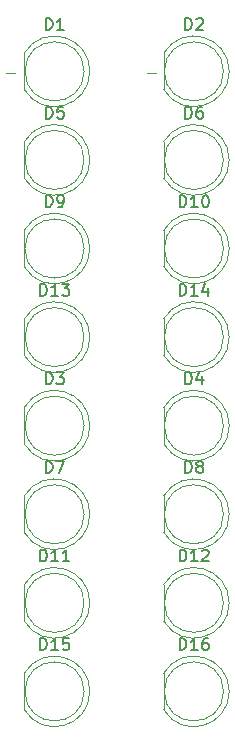
<source format=gbr>
%TF.GenerationSoftware,KiCad,Pcbnew,8.0.6*%
%TF.CreationDate,2025-02-23T20:13:24-07:00*%
%TF.ProjectId,Dash Indicators (Left),44617368-2049-46e6-9469-6361746f7273,rev?*%
%TF.SameCoordinates,Original*%
%TF.FileFunction,Legend,Top*%
%TF.FilePolarity,Positive*%
%FSLAX46Y46*%
G04 Gerber Fmt 4.6, Leading zero omitted, Abs format (unit mm)*
G04 Created by KiCad (PCBNEW 8.0.6) date 2025-02-23 20:13:24*
%MOMM*%
%LPD*%
G01*
G04 APERTURE LIST*
%ADD10C,0.100000*%
%ADD11C,0.150000*%
%ADD12C,0.120000*%
G04 APERTURE END LIST*
D10*
X82903884Y-42491466D02*
X83665789Y-42491466D01*
X94803884Y-42491466D02*
X95565789Y-42491466D01*
D11*
X85780714Y-61344819D02*
X85780714Y-60344819D01*
X85780714Y-60344819D02*
X86018809Y-60344819D01*
X86018809Y-60344819D02*
X86161666Y-60392438D01*
X86161666Y-60392438D02*
X86256904Y-60487676D01*
X86256904Y-60487676D02*
X86304523Y-60582914D01*
X86304523Y-60582914D02*
X86352142Y-60773390D01*
X86352142Y-60773390D02*
X86352142Y-60916247D01*
X86352142Y-60916247D02*
X86304523Y-61106723D01*
X86304523Y-61106723D02*
X86256904Y-61201961D01*
X86256904Y-61201961D02*
X86161666Y-61297200D01*
X86161666Y-61297200D02*
X86018809Y-61344819D01*
X86018809Y-61344819D02*
X85780714Y-61344819D01*
X87304523Y-61344819D02*
X86733095Y-61344819D01*
X87018809Y-61344819D02*
X87018809Y-60344819D01*
X87018809Y-60344819D02*
X86923571Y-60487676D01*
X86923571Y-60487676D02*
X86828333Y-60582914D01*
X86828333Y-60582914D02*
X86733095Y-60630533D01*
X87637857Y-60344819D02*
X88256904Y-60344819D01*
X88256904Y-60344819D02*
X87923571Y-60725771D01*
X87923571Y-60725771D02*
X88066428Y-60725771D01*
X88066428Y-60725771D02*
X88161666Y-60773390D01*
X88161666Y-60773390D02*
X88209285Y-60821009D01*
X88209285Y-60821009D02*
X88256904Y-60916247D01*
X88256904Y-60916247D02*
X88256904Y-61154342D01*
X88256904Y-61154342D02*
X88209285Y-61249580D01*
X88209285Y-61249580D02*
X88161666Y-61297200D01*
X88161666Y-61297200D02*
X88066428Y-61344819D01*
X88066428Y-61344819D02*
X87780714Y-61344819D01*
X87780714Y-61344819D02*
X87685476Y-61297200D01*
X87685476Y-61297200D02*
X87637857Y-61249580D01*
X98056905Y-76344819D02*
X98056905Y-75344819D01*
X98056905Y-75344819D02*
X98295000Y-75344819D01*
X98295000Y-75344819D02*
X98437857Y-75392438D01*
X98437857Y-75392438D02*
X98533095Y-75487676D01*
X98533095Y-75487676D02*
X98580714Y-75582914D01*
X98580714Y-75582914D02*
X98628333Y-75773390D01*
X98628333Y-75773390D02*
X98628333Y-75916247D01*
X98628333Y-75916247D02*
X98580714Y-76106723D01*
X98580714Y-76106723D02*
X98533095Y-76201961D01*
X98533095Y-76201961D02*
X98437857Y-76297200D01*
X98437857Y-76297200D02*
X98295000Y-76344819D01*
X98295000Y-76344819D02*
X98056905Y-76344819D01*
X99199762Y-75773390D02*
X99104524Y-75725771D01*
X99104524Y-75725771D02*
X99056905Y-75678152D01*
X99056905Y-75678152D02*
X99009286Y-75582914D01*
X99009286Y-75582914D02*
X99009286Y-75535295D01*
X99009286Y-75535295D02*
X99056905Y-75440057D01*
X99056905Y-75440057D02*
X99104524Y-75392438D01*
X99104524Y-75392438D02*
X99199762Y-75344819D01*
X99199762Y-75344819D02*
X99390238Y-75344819D01*
X99390238Y-75344819D02*
X99485476Y-75392438D01*
X99485476Y-75392438D02*
X99533095Y-75440057D01*
X99533095Y-75440057D02*
X99580714Y-75535295D01*
X99580714Y-75535295D02*
X99580714Y-75582914D01*
X99580714Y-75582914D02*
X99533095Y-75678152D01*
X99533095Y-75678152D02*
X99485476Y-75725771D01*
X99485476Y-75725771D02*
X99390238Y-75773390D01*
X99390238Y-75773390D02*
X99199762Y-75773390D01*
X99199762Y-75773390D02*
X99104524Y-75821009D01*
X99104524Y-75821009D02*
X99056905Y-75868628D01*
X99056905Y-75868628D02*
X99009286Y-75963866D01*
X99009286Y-75963866D02*
X99009286Y-76154342D01*
X99009286Y-76154342D02*
X99056905Y-76249580D01*
X99056905Y-76249580D02*
X99104524Y-76297200D01*
X99104524Y-76297200D02*
X99199762Y-76344819D01*
X99199762Y-76344819D02*
X99390238Y-76344819D01*
X99390238Y-76344819D02*
X99485476Y-76297200D01*
X99485476Y-76297200D02*
X99533095Y-76249580D01*
X99533095Y-76249580D02*
X99580714Y-76154342D01*
X99580714Y-76154342D02*
X99580714Y-75963866D01*
X99580714Y-75963866D02*
X99533095Y-75868628D01*
X99533095Y-75868628D02*
X99485476Y-75821009D01*
X99485476Y-75821009D02*
X99390238Y-75773390D01*
X86256905Y-68844819D02*
X86256905Y-67844819D01*
X86256905Y-67844819D02*
X86495000Y-67844819D01*
X86495000Y-67844819D02*
X86637857Y-67892438D01*
X86637857Y-67892438D02*
X86733095Y-67987676D01*
X86733095Y-67987676D02*
X86780714Y-68082914D01*
X86780714Y-68082914D02*
X86828333Y-68273390D01*
X86828333Y-68273390D02*
X86828333Y-68416247D01*
X86828333Y-68416247D02*
X86780714Y-68606723D01*
X86780714Y-68606723D02*
X86733095Y-68701961D01*
X86733095Y-68701961D02*
X86637857Y-68797200D01*
X86637857Y-68797200D02*
X86495000Y-68844819D01*
X86495000Y-68844819D02*
X86256905Y-68844819D01*
X87161667Y-67844819D02*
X87780714Y-67844819D01*
X87780714Y-67844819D02*
X87447381Y-68225771D01*
X87447381Y-68225771D02*
X87590238Y-68225771D01*
X87590238Y-68225771D02*
X87685476Y-68273390D01*
X87685476Y-68273390D02*
X87733095Y-68321009D01*
X87733095Y-68321009D02*
X87780714Y-68416247D01*
X87780714Y-68416247D02*
X87780714Y-68654342D01*
X87780714Y-68654342D02*
X87733095Y-68749580D01*
X87733095Y-68749580D02*
X87685476Y-68797200D01*
X87685476Y-68797200D02*
X87590238Y-68844819D01*
X87590238Y-68844819D02*
X87304524Y-68844819D01*
X87304524Y-68844819D02*
X87209286Y-68797200D01*
X87209286Y-68797200D02*
X87161667Y-68749580D01*
X97580714Y-61344819D02*
X97580714Y-60344819D01*
X97580714Y-60344819D02*
X97818809Y-60344819D01*
X97818809Y-60344819D02*
X97961666Y-60392438D01*
X97961666Y-60392438D02*
X98056904Y-60487676D01*
X98056904Y-60487676D02*
X98104523Y-60582914D01*
X98104523Y-60582914D02*
X98152142Y-60773390D01*
X98152142Y-60773390D02*
X98152142Y-60916247D01*
X98152142Y-60916247D02*
X98104523Y-61106723D01*
X98104523Y-61106723D02*
X98056904Y-61201961D01*
X98056904Y-61201961D02*
X97961666Y-61297200D01*
X97961666Y-61297200D02*
X97818809Y-61344819D01*
X97818809Y-61344819D02*
X97580714Y-61344819D01*
X99104523Y-61344819D02*
X98533095Y-61344819D01*
X98818809Y-61344819D02*
X98818809Y-60344819D01*
X98818809Y-60344819D02*
X98723571Y-60487676D01*
X98723571Y-60487676D02*
X98628333Y-60582914D01*
X98628333Y-60582914D02*
X98533095Y-60630533D01*
X99961666Y-60678152D02*
X99961666Y-61344819D01*
X99723571Y-60297200D02*
X99485476Y-61011485D01*
X99485476Y-61011485D02*
X100104523Y-61011485D01*
X97580714Y-91344819D02*
X97580714Y-90344819D01*
X97580714Y-90344819D02*
X97818809Y-90344819D01*
X97818809Y-90344819D02*
X97961666Y-90392438D01*
X97961666Y-90392438D02*
X98056904Y-90487676D01*
X98056904Y-90487676D02*
X98104523Y-90582914D01*
X98104523Y-90582914D02*
X98152142Y-90773390D01*
X98152142Y-90773390D02*
X98152142Y-90916247D01*
X98152142Y-90916247D02*
X98104523Y-91106723D01*
X98104523Y-91106723D02*
X98056904Y-91201961D01*
X98056904Y-91201961D02*
X97961666Y-91297200D01*
X97961666Y-91297200D02*
X97818809Y-91344819D01*
X97818809Y-91344819D02*
X97580714Y-91344819D01*
X99104523Y-91344819D02*
X98533095Y-91344819D01*
X98818809Y-91344819D02*
X98818809Y-90344819D01*
X98818809Y-90344819D02*
X98723571Y-90487676D01*
X98723571Y-90487676D02*
X98628333Y-90582914D01*
X98628333Y-90582914D02*
X98533095Y-90630533D01*
X99961666Y-90344819D02*
X99771190Y-90344819D01*
X99771190Y-90344819D02*
X99675952Y-90392438D01*
X99675952Y-90392438D02*
X99628333Y-90440057D01*
X99628333Y-90440057D02*
X99533095Y-90582914D01*
X99533095Y-90582914D02*
X99485476Y-90773390D01*
X99485476Y-90773390D02*
X99485476Y-91154342D01*
X99485476Y-91154342D02*
X99533095Y-91249580D01*
X99533095Y-91249580D02*
X99580714Y-91297200D01*
X99580714Y-91297200D02*
X99675952Y-91344819D01*
X99675952Y-91344819D02*
X99866428Y-91344819D01*
X99866428Y-91344819D02*
X99961666Y-91297200D01*
X99961666Y-91297200D02*
X100009285Y-91249580D01*
X100009285Y-91249580D02*
X100056904Y-91154342D01*
X100056904Y-91154342D02*
X100056904Y-90916247D01*
X100056904Y-90916247D02*
X100009285Y-90821009D01*
X100009285Y-90821009D02*
X99961666Y-90773390D01*
X99961666Y-90773390D02*
X99866428Y-90725771D01*
X99866428Y-90725771D02*
X99675952Y-90725771D01*
X99675952Y-90725771D02*
X99580714Y-90773390D01*
X99580714Y-90773390D02*
X99533095Y-90821009D01*
X99533095Y-90821009D02*
X99485476Y-90916247D01*
X98056905Y-68844819D02*
X98056905Y-67844819D01*
X98056905Y-67844819D02*
X98295000Y-67844819D01*
X98295000Y-67844819D02*
X98437857Y-67892438D01*
X98437857Y-67892438D02*
X98533095Y-67987676D01*
X98533095Y-67987676D02*
X98580714Y-68082914D01*
X98580714Y-68082914D02*
X98628333Y-68273390D01*
X98628333Y-68273390D02*
X98628333Y-68416247D01*
X98628333Y-68416247D02*
X98580714Y-68606723D01*
X98580714Y-68606723D02*
X98533095Y-68701961D01*
X98533095Y-68701961D02*
X98437857Y-68797200D01*
X98437857Y-68797200D02*
X98295000Y-68844819D01*
X98295000Y-68844819D02*
X98056905Y-68844819D01*
X99485476Y-68178152D02*
X99485476Y-68844819D01*
X99247381Y-67797200D02*
X99009286Y-68511485D01*
X99009286Y-68511485D02*
X99628333Y-68511485D01*
X97580714Y-53844819D02*
X97580714Y-52844819D01*
X97580714Y-52844819D02*
X97818809Y-52844819D01*
X97818809Y-52844819D02*
X97961666Y-52892438D01*
X97961666Y-52892438D02*
X98056904Y-52987676D01*
X98056904Y-52987676D02*
X98104523Y-53082914D01*
X98104523Y-53082914D02*
X98152142Y-53273390D01*
X98152142Y-53273390D02*
X98152142Y-53416247D01*
X98152142Y-53416247D02*
X98104523Y-53606723D01*
X98104523Y-53606723D02*
X98056904Y-53701961D01*
X98056904Y-53701961D02*
X97961666Y-53797200D01*
X97961666Y-53797200D02*
X97818809Y-53844819D01*
X97818809Y-53844819D02*
X97580714Y-53844819D01*
X99104523Y-53844819D02*
X98533095Y-53844819D01*
X98818809Y-53844819D02*
X98818809Y-52844819D01*
X98818809Y-52844819D02*
X98723571Y-52987676D01*
X98723571Y-52987676D02*
X98628333Y-53082914D01*
X98628333Y-53082914D02*
X98533095Y-53130533D01*
X99723571Y-52844819D02*
X99818809Y-52844819D01*
X99818809Y-52844819D02*
X99914047Y-52892438D01*
X99914047Y-52892438D02*
X99961666Y-52940057D01*
X99961666Y-52940057D02*
X100009285Y-53035295D01*
X100009285Y-53035295D02*
X100056904Y-53225771D01*
X100056904Y-53225771D02*
X100056904Y-53463866D01*
X100056904Y-53463866D02*
X100009285Y-53654342D01*
X100009285Y-53654342D02*
X99961666Y-53749580D01*
X99961666Y-53749580D02*
X99914047Y-53797200D01*
X99914047Y-53797200D02*
X99818809Y-53844819D01*
X99818809Y-53844819D02*
X99723571Y-53844819D01*
X99723571Y-53844819D02*
X99628333Y-53797200D01*
X99628333Y-53797200D02*
X99580714Y-53749580D01*
X99580714Y-53749580D02*
X99533095Y-53654342D01*
X99533095Y-53654342D02*
X99485476Y-53463866D01*
X99485476Y-53463866D02*
X99485476Y-53225771D01*
X99485476Y-53225771D02*
X99533095Y-53035295D01*
X99533095Y-53035295D02*
X99580714Y-52940057D01*
X99580714Y-52940057D02*
X99628333Y-52892438D01*
X99628333Y-52892438D02*
X99723571Y-52844819D01*
X86256905Y-53844819D02*
X86256905Y-52844819D01*
X86256905Y-52844819D02*
X86495000Y-52844819D01*
X86495000Y-52844819D02*
X86637857Y-52892438D01*
X86637857Y-52892438D02*
X86733095Y-52987676D01*
X86733095Y-52987676D02*
X86780714Y-53082914D01*
X86780714Y-53082914D02*
X86828333Y-53273390D01*
X86828333Y-53273390D02*
X86828333Y-53416247D01*
X86828333Y-53416247D02*
X86780714Y-53606723D01*
X86780714Y-53606723D02*
X86733095Y-53701961D01*
X86733095Y-53701961D02*
X86637857Y-53797200D01*
X86637857Y-53797200D02*
X86495000Y-53844819D01*
X86495000Y-53844819D02*
X86256905Y-53844819D01*
X87304524Y-53844819D02*
X87495000Y-53844819D01*
X87495000Y-53844819D02*
X87590238Y-53797200D01*
X87590238Y-53797200D02*
X87637857Y-53749580D01*
X87637857Y-53749580D02*
X87733095Y-53606723D01*
X87733095Y-53606723D02*
X87780714Y-53416247D01*
X87780714Y-53416247D02*
X87780714Y-53035295D01*
X87780714Y-53035295D02*
X87733095Y-52940057D01*
X87733095Y-52940057D02*
X87685476Y-52892438D01*
X87685476Y-52892438D02*
X87590238Y-52844819D01*
X87590238Y-52844819D02*
X87399762Y-52844819D01*
X87399762Y-52844819D02*
X87304524Y-52892438D01*
X87304524Y-52892438D02*
X87256905Y-52940057D01*
X87256905Y-52940057D02*
X87209286Y-53035295D01*
X87209286Y-53035295D02*
X87209286Y-53273390D01*
X87209286Y-53273390D02*
X87256905Y-53368628D01*
X87256905Y-53368628D02*
X87304524Y-53416247D01*
X87304524Y-53416247D02*
X87399762Y-53463866D01*
X87399762Y-53463866D02*
X87590238Y-53463866D01*
X87590238Y-53463866D02*
X87685476Y-53416247D01*
X87685476Y-53416247D02*
X87733095Y-53368628D01*
X87733095Y-53368628D02*
X87780714Y-53273390D01*
X85780714Y-83844819D02*
X85780714Y-82844819D01*
X85780714Y-82844819D02*
X86018809Y-82844819D01*
X86018809Y-82844819D02*
X86161666Y-82892438D01*
X86161666Y-82892438D02*
X86256904Y-82987676D01*
X86256904Y-82987676D02*
X86304523Y-83082914D01*
X86304523Y-83082914D02*
X86352142Y-83273390D01*
X86352142Y-83273390D02*
X86352142Y-83416247D01*
X86352142Y-83416247D02*
X86304523Y-83606723D01*
X86304523Y-83606723D02*
X86256904Y-83701961D01*
X86256904Y-83701961D02*
X86161666Y-83797200D01*
X86161666Y-83797200D02*
X86018809Y-83844819D01*
X86018809Y-83844819D02*
X85780714Y-83844819D01*
X87304523Y-83844819D02*
X86733095Y-83844819D01*
X87018809Y-83844819D02*
X87018809Y-82844819D01*
X87018809Y-82844819D02*
X86923571Y-82987676D01*
X86923571Y-82987676D02*
X86828333Y-83082914D01*
X86828333Y-83082914D02*
X86733095Y-83130533D01*
X88256904Y-83844819D02*
X87685476Y-83844819D01*
X87971190Y-83844819D02*
X87971190Y-82844819D01*
X87971190Y-82844819D02*
X87875952Y-82987676D01*
X87875952Y-82987676D02*
X87780714Y-83082914D01*
X87780714Y-83082914D02*
X87685476Y-83130533D01*
X98056905Y-38844819D02*
X98056905Y-37844819D01*
X98056905Y-37844819D02*
X98295000Y-37844819D01*
X98295000Y-37844819D02*
X98437857Y-37892438D01*
X98437857Y-37892438D02*
X98533095Y-37987676D01*
X98533095Y-37987676D02*
X98580714Y-38082914D01*
X98580714Y-38082914D02*
X98628333Y-38273390D01*
X98628333Y-38273390D02*
X98628333Y-38416247D01*
X98628333Y-38416247D02*
X98580714Y-38606723D01*
X98580714Y-38606723D02*
X98533095Y-38701961D01*
X98533095Y-38701961D02*
X98437857Y-38797200D01*
X98437857Y-38797200D02*
X98295000Y-38844819D01*
X98295000Y-38844819D02*
X98056905Y-38844819D01*
X99009286Y-37940057D02*
X99056905Y-37892438D01*
X99056905Y-37892438D02*
X99152143Y-37844819D01*
X99152143Y-37844819D02*
X99390238Y-37844819D01*
X99390238Y-37844819D02*
X99485476Y-37892438D01*
X99485476Y-37892438D02*
X99533095Y-37940057D01*
X99533095Y-37940057D02*
X99580714Y-38035295D01*
X99580714Y-38035295D02*
X99580714Y-38130533D01*
X99580714Y-38130533D02*
X99533095Y-38273390D01*
X99533095Y-38273390D02*
X98961667Y-38844819D01*
X98961667Y-38844819D02*
X99580714Y-38844819D01*
X97580714Y-83844819D02*
X97580714Y-82844819D01*
X97580714Y-82844819D02*
X97818809Y-82844819D01*
X97818809Y-82844819D02*
X97961666Y-82892438D01*
X97961666Y-82892438D02*
X98056904Y-82987676D01*
X98056904Y-82987676D02*
X98104523Y-83082914D01*
X98104523Y-83082914D02*
X98152142Y-83273390D01*
X98152142Y-83273390D02*
X98152142Y-83416247D01*
X98152142Y-83416247D02*
X98104523Y-83606723D01*
X98104523Y-83606723D02*
X98056904Y-83701961D01*
X98056904Y-83701961D02*
X97961666Y-83797200D01*
X97961666Y-83797200D02*
X97818809Y-83844819D01*
X97818809Y-83844819D02*
X97580714Y-83844819D01*
X99104523Y-83844819D02*
X98533095Y-83844819D01*
X98818809Y-83844819D02*
X98818809Y-82844819D01*
X98818809Y-82844819D02*
X98723571Y-82987676D01*
X98723571Y-82987676D02*
X98628333Y-83082914D01*
X98628333Y-83082914D02*
X98533095Y-83130533D01*
X99485476Y-82940057D02*
X99533095Y-82892438D01*
X99533095Y-82892438D02*
X99628333Y-82844819D01*
X99628333Y-82844819D02*
X99866428Y-82844819D01*
X99866428Y-82844819D02*
X99961666Y-82892438D01*
X99961666Y-82892438D02*
X100009285Y-82940057D01*
X100009285Y-82940057D02*
X100056904Y-83035295D01*
X100056904Y-83035295D02*
X100056904Y-83130533D01*
X100056904Y-83130533D02*
X100009285Y-83273390D01*
X100009285Y-83273390D02*
X99437857Y-83844819D01*
X99437857Y-83844819D02*
X100056904Y-83844819D01*
X85780714Y-91344819D02*
X85780714Y-90344819D01*
X85780714Y-90344819D02*
X86018809Y-90344819D01*
X86018809Y-90344819D02*
X86161666Y-90392438D01*
X86161666Y-90392438D02*
X86256904Y-90487676D01*
X86256904Y-90487676D02*
X86304523Y-90582914D01*
X86304523Y-90582914D02*
X86352142Y-90773390D01*
X86352142Y-90773390D02*
X86352142Y-90916247D01*
X86352142Y-90916247D02*
X86304523Y-91106723D01*
X86304523Y-91106723D02*
X86256904Y-91201961D01*
X86256904Y-91201961D02*
X86161666Y-91297200D01*
X86161666Y-91297200D02*
X86018809Y-91344819D01*
X86018809Y-91344819D02*
X85780714Y-91344819D01*
X87304523Y-91344819D02*
X86733095Y-91344819D01*
X87018809Y-91344819D02*
X87018809Y-90344819D01*
X87018809Y-90344819D02*
X86923571Y-90487676D01*
X86923571Y-90487676D02*
X86828333Y-90582914D01*
X86828333Y-90582914D02*
X86733095Y-90630533D01*
X88209285Y-90344819D02*
X87733095Y-90344819D01*
X87733095Y-90344819D02*
X87685476Y-90821009D01*
X87685476Y-90821009D02*
X87733095Y-90773390D01*
X87733095Y-90773390D02*
X87828333Y-90725771D01*
X87828333Y-90725771D02*
X88066428Y-90725771D01*
X88066428Y-90725771D02*
X88161666Y-90773390D01*
X88161666Y-90773390D02*
X88209285Y-90821009D01*
X88209285Y-90821009D02*
X88256904Y-90916247D01*
X88256904Y-90916247D02*
X88256904Y-91154342D01*
X88256904Y-91154342D02*
X88209285Y-91249580D01*
X88209285Y-91249580D02*
X88161666Y-91297200D01*
X88161666Y-91297200D02*
X88066428Y-91344819D01*
X88066428Y-91344819D02*
X87828333Y-91344819D01*
X87828333Y-91344819D02*
X87733095Y-91297200D01*
X87733095Y-91297200D02*
X87685476Y-91249580D01*
X86256905Y-38844819D02*
X86256905Y-37844819D01*
X86256905Y-37844819D02*
X86495000Y-37844819D01*
X86495000Y-37844819D02*
X86637857Y-37892438D01*
X86637857Y-37892438D02*
X86733095Y-37987676D01*
X86733095Y-37987676D02*
X86780714Y-38082914D01*
X86780714Y-38082914D02*
X86828333Y-38273390D01*
X86828333Y-38273390D02*
X86828333Y-38416247D01*
X86828333Y-38416247D02*
X86780714Y-38606723D01*
X86780714Y-38606723D02*
X86733095Y-38701961D01*
X86733095Y-38701961D02*
X86637857Y-38797200D01*
X86637857Y-38797200D02*
X86495000Y-38844819D01*
X86495000Y-38844819D02*
X86256905Y-38844819D01*
X87780714Y-38844819D02*
X87209286Y-38844819D01*
X87495000Y-38844819D02*
X87495000Y-37844819D01*
X87495000Y-37844819D02*
X87399762Y-37987676D01*
X87399762Y-37987676D02*
X87304524Y-38082914D01*
X87304524Y-38082914D02*
X87209286Y-38130533D01*
X86256905Y-76344819D02*
X86256905Y-75344819D01*
X86256905Y-75344819D02*
X86495000Y-75344819D01*
X86495000Y-75344819D02*
X86637857Y-75392438D01*
X86637857Y-75392438D02*
X86733095Y-75487676D01*
X86733095Y-75487676D02*
X86780714Y-75582914D01*
X86780714Y-75582914D02*
X86828333Y-75773390D01*
X86828333Y-75773390D02*
X86828333Y-75916247D01*
X86828333Y-75916247D02*
X86780714Y-76106723D01*
X86780714Y-76106723D02*
X86733095Y-76201961D01*
X86733095Y-76201961D02*
X86637857Y-76297200D01*
X86637857Y-76297200D02*
X86495000Y-76344819D01*
X86495000Y-76344819D02*
X86256905Y-76344819D01*
X87161667Y-75344819D02*
X87828333Y-75344819D01*
X87828333Y-75344819D02*
X87399762Y-76344819D01*
X86256905Y-46344819D02*
X86256905Y-45344819D01*
X86256905Y-45344819D02*
X86495000Y-45344819D01*
X86495000Y-45344819D02*
X86637857Y-45392438D01*
X86637857Y-45392438D02*
X86733095Y-45487676D01*
X86733095Y-45487676D02*
X86780714Y-45582914D01*
X86780714Y-45582914D02*
X86828333Y-45773390D01*
X86828333Y-45773390D02*
X86828333Y-45916247D01*
X86828333Y-45916247D02*
X86780714Y-46106723D01*
X86780714Y-46106723D02*
X86733095Y-46201961D01*
X86733095Y-46201961D02*
X86637857Y-46297200D01*
X86637857Y-46297200D02*
X86495000Y-46344819D01*
X86495000Y-46344819D02*
X86256905Y-46344819D01*
X87733095Y-45344819D02*
X87256905Y-45344819D01*
X87256905Y-45344819D02*
X87209286Y-45821009D01*
X87209286Y-45821009D02*
X87256905Y-45773390D01*
X87256905Y-45773390D02*
X87352143Y-45725771D01*
X87352143Y-45725771D02*
X87590238Y-45725771D01*
X87590238Y-45725771D02*
X87685476Y-45773390D01*
X87685476Y-45773390D02*
X87733095Y-45821009D01*
X87733095Y-45821009D02*
X87780714Y-45916247D01*
X87780714Y-45916247D02*
X87780714Y-46154342D01*
X87780714Y-46154342D02*
X87733095Y-46249580D01*
X87733095Y-46249580D02*
X87685476Y-46297200D01*
X87685476Y-46297200D02*
X87590238Y-46344819D01*
X87590238Y-46344819D02*
X87352143Y-46344819D01*
X87352143Y-46344819D02*
X87256905Y-46297200D01*
X87256905Y-46297200D02*
X87209286Y-46249580D01*
X98056905Y-46344819D02*
X98056905Y-45344819D01*
X98056905Y-45344819D02*
X98295000Y-45344819D01*
X98295000Y-45344819D02*
X98437857Y-45392438D01*
X98437857Y-45392438D02*
X98533095Y-45487676D01*
X98533095Y-45487676D02*
X98580714Y-45582914D01*
X98580714Y-45582914D02*
X98628333Y-45773390D01*
X98628333Y-45773390D02*
X98628333Y-45916247D01*
X98628333Y-45916247D02*
X98580714Y-46106723D01*
X98580714Y-46106723D02*
X98533095Y-46201961D01*
X98533095Y-46201961D02*
X98437857Y-46297200D01*
X98437857Y-46297200D02*
X98295000Y-46344819D01*
X98295000Y-46344819D02*
X98056905Y-46344819D01*
X99485476Y-45344819D02*
X99295000Y-45344819D01*
X99295000Y-45344819D02*
X99199762Y-45392438D01*
X99199762Y-45392438D02*
X99152143Y-45440057D01*
X99152143Y-45440057D02*
X99056905Y-45582914D01*
X99056905Y-45582914D02*
X99009286Y-45773390D01*
X99009286Y-45773390D02*
X99009286Y-46154342D01*
X99009286Y-46154342D02*
X99056905Y-46249580D01*
X99056905Y-46249580D02*
X99104524Y-46297200D01*
X99104524Y-46297200D02*
X99199762Y-46344819D01*
X99199762Y-46344819D02*
X99390238Y-46344819D01*
X99390238Y-46344819D02*
X99485476Y-46297200D01*
X99485476Y-46297200D02*
X99533095Y-46249580D01*
X99533095Y-46249580D02*
X99580714Y-46154342D01*
X99580714Y-46154342D02*
X99580714Y-45916247D01*
X99580714Y-45916247D02*
X99533095Y-45821009D01*
X99533095Y-45821009D02*
X99485476Y-45773390D01*
X99485476Y-45773390D02*
X99390238Y-45725771D01*
X99390238Y-45725771D02*
X99199762Y-45725771D01*
X99199762Y-45725771D02*
X99104524Y-45773390D01*
X99104524Y-45773390D02*
X99056905Y-45821009D01*
X99056905Y-45821009D02*
X99009286Y-45916247D01*
D12*
%TO.C,D13*%
X84435000Y-63305000D02*
X84435000Y-66395000D01*
X84435000Y-63305170D02*
G75*
G02*
X89985000Y-64850462I2560000J-1544830D01*
G01*
X89985000Y-64849538D02*
G75*
G02*
X84435000Y-66394830I-2990000J-462D01*
G01*
X89495000Y-64850000D02*
G75*
G02*
X84495000Y-64850000I-2500000J0D01*
G01*
X84495000Y-64850000D02*
G75*
G02*
X89495000Y-64850000I2500000J0D01*
G01*
%TO.C,D8*%
X96235000Y-78305000D02*
X96235000Y-81395000D01*
X96235000Y-78305170D02*
G75*
G02*
X101785000Y-79850462I2560000J-1544830D01*
G01*
X101785000Y-79849538D02*
G75*
G02*
X96235000Y-81394830I-2990000J-462D01*
G01*
X101295000Y-79850000D02*
G75*
G02*
X96295000Y-79850000I-2500000J0D01*
G01*
X96295000Y-79850000D02*
G75*
G02*
X101295000Y-79850000I2500000J0D01*
G01*
%TO.C,D3*%
X84435000Y-70805000D02*
X84435000Y-73895000D01*
X84435000Y-70805170D02*
G75*
G02*
X89985000Y-72350462I2560000J-1544830D01*
G01*
X89985000Y-72349538D02*
G75*
G02*
X84435000Y-73894830I-2990000J-462D01*
G01*
X89495000Y-72350000D02*
G75*
G02*
X84495000Y-72350000I-2500000J0D01*
G01*
X84495000Y-72350000D02*
G75*
G02*
X89495000Y-72350000I2500000J0D01*
G01*
%TO.C,D14*%
X96235000Y-63305000D02*
X96235000Y-66395000D01*
X96235000Y-63305170D02*
G75*
G02*
X101785000Y-64850462I2560000J-1544830D01*
G01*
X101785000Y-64849538D02*
G75*
G02*
X96235000Y-66394830I-2990000J-462D01*
G01*
X101295000Y-64850000D02*
G75*
G02*
X96295000Y-64850000I-2500000J0D01*
G01*
X96295000Y-64850000D02*
G75*
G02*
X101295000Y-64850000I2500000J0D01*
G01*
%TO.C,D16*%
X96235000Y-93305000D02*
X96235000Y-96395000D01*
X96235000Y-93305170D02*
G75*
G02*
X101785000Y-94850462I2560000J-1544830D01*
G01*
X101785000Y-94849538D02*
G75*
G02*
X96235000Y-96394830I-2990000J-462D01*
G01*
X101295000Y-94850000D02*
G75*
G02*
X96295000Y-94850000I-2500000J0D01*
G01*
X96295000Y-94850000D02*
G75*
G02*
X101295000Y-94850000I2500000J0D01*
G01*
%TO.C,D4*%
X96235000Y-70805000D02*
X96235000Y-73895000D01*
X96235000Y-70805170D02*
G75*
G02*
X101785000Y-72350462I2560000J-1544830D01*
G01*
X101785000Y-72349538D02*
G75*
G02*
X96235000Y-73894830I-2990000J-462D01*
G01*
X101295000Y-72350000D02*
G75*
G02*
X96295000Y-72350000I-2500000J0D01*
G01*
X96295000Y-72350000D02*
G75*
G02*
X101295000Y-72350000I2500000J0D01*
G01*
%TO.C,D10*%
X96235000Y-55805000D02*
X96235000Y-58895000D01*
X96235000Y-55805170D02*
G75*
G02*
X101785000Y-57350462I2560000J-1544830D01*
G01*
X101785000Y-57349538D02*
G75*
G02*
X96235000Y-58894830I-2990000J-462D01*
G01*
X101295000Y-57350000D02*
G75*
G02*
X96295000Y-57350000I-2500000J0D01*
G01*
X96295000Y-57350000D02*
G75*
G02*
X101295000Y-57350000I2500000J0D01*
G01*
%TO.C,D9*%
X84435000Y-55805000D02*
X84435000Y-58895000D01*
X84435000Y-55805170D02*
G75*
G02*
X89985000Y-57350462I2560000J-1544830D01*
G01*
X89985000Y-57349538D02*
G75*
G02*
X84435000Y-58894830I-2990000J-462D01*
G01*
X89495000Y-57350000D02*
G75*
G02*
X84495000Y-57350000I-2500000J0D01*
G01*
X84495000Y-57350000D02*
G75*
G02*
X89495000Y-57350000I2500000J0D01*
G01*
%TO.C,D11*%
X84435000Y-85805000D02*
X84435000Y-88895000D01*
X84435000Y-85805170D02*
G75*
G02*
X89985000Y-87350462I2560000J-1544830D01*
G01*
X89985000Y-87349538D02*
G75*
G02*
X84435000Y-88894830I-2990000J-462D01*
G01*
X89495000Y-87350000D02*
G75*
G02*
X84495000Y-87350000I-2500000J0D01*
G01*
X84495000Y-87350000D02*
G75*
G02*
X89495000Y-87350000I2500000J0D01*
G01*
%TO.C,D2*%
X96235000Y-40805000D02*
X96235000Y-43895000D01*
X96235000Y-40805170D02*
G75*
G02*
X101785000Y-42350462I2560000J-1544830D01*
G01*
X101785000Y-42349538D02*
G75*
G02*
X96235000Y-43894830I-2990000J-462D01*
G01*
X101295000Y-42350000D02*
G75*
G02*
X96295000Y-42350000I-2500000J0D01*
G01*
X96295000Y-42350000D02*
G75*
G02*
X101295000Y-42350000I2500000J0D01*
G01*
%TO.C,D12*%
X96235000Y-85805000D02*
X96235000Y-88895000D01*
X96235000Y-85805170D02*
G75*
G02*
X101785000Y-87350462I2560000J-1544830D01*
G01*
X101785000Y-87349538D02*
G75*
G02*
X96235000Y-88894830I-2990000J-462D01*
G01*
X101295000Y-87350000D02*
G75*
G02*
X96295000Y-87350000I-2500000J0D01*
G01*
X96295000Y-87350000D02*
G75*
G02*
X101295000Y-87350000I2500000J0D01*
G01*
%TO.C,D15*%
X84435000Y-93305000D02*
X84435000Y-96395000D01*
X84435000Y-93305170D02*
G75*
G02*
X89985000Y-94850462I2560000J-1544830D01*
G01*
X89985000Y-94849538D02*
G75*
G02*
X84435000Y-96394830I-2990000J-462D01*
G01*
X89495000Y-94850000D02*
G75*
G02*
X84495000Y-94850000I-2500000J0D01*
G01*
X84495000Y-94850000D02*
G75*
G02*
X89495000Y-94850000I2500000J0D01*
G01*
%TO.C,D1*%
X84435000Y-40805000D02*
X84435000Y-43895000D01*
X84435000Y-40805170D02*
G75*
G02*
X89985000Y-42350462I2560000J-1544830D01*
G01*
X89985000Y-42349538D02*
G75*
G02*
X84435000Y-43894830I-2990000J-462D01*
G01*
X89495000Y-42350000D02*
G75*
G02*
X84495000Y-42350000I-2500000J0D01*
G01*
X84495000Y-42350000D02*
G75*
G02*
X89495000Y-42350000I2500000J0D01*
G01*
%TO.C,D7*%
X84435000Y-78305000D02*
X84435000Y-81395000D01*
X84435000Y-78305170D02*
G75*
G02*
X89985000Y-79850462I2560000J-1544830D01*
G01*
X89985000Y-79849538D02*
G75*
G02*
X84435000Y-81394830I-2990000J-462D01*
G01*
X89495000Y-79850000D02*
G75*
G02*
X84495000Y-79850000I-2500000J0D01*
G01*
X84495000Y-79850000D02*
G75*
G02*
X89495000Y-79850000I2500000J0D01*
G01*
%TO.C,D5*%
X84435000Y-48305000D02*
X84435000Y-51395000D01*
X84435000Y-48305170D02*
G75*
G02*
X89985000Y-49850462I2560000J-1544830D01*
G01*
X89985000Y-49849538D02*
G75*
G02*
X84435000Y-51394830I-2990000J-462D01*
G01*
X89495000Y-49850000D02*
G75*
G02*
X84495000Y-49850000I-2500000J0D01*
G01*
X84495000Y-49850000D02*
G75*
G02*
X89495000Y-49850000I2500000J0D01*
G01*
%TO.C,D6*%
X96235000Y-48305000D02*
X96235000Y-51395000D01*
X96235000Y-48305170D02*
G75*
G02*
X101785000Y-49850462I2560000J-1544830D01*
G01*
X101785000Y-49849538D02*
G75*
G02*
X96235000Y-51394830I-2990000J-462D01*
G01*
X101295000Y-49850000D02*
G75*
G02*
X96295000Y-49850000I-2500000J0D01*
G01*
X96295000Y-49850000D02*
G75*
G02*
X101295000Y-49850000I2500000J0D01*
G01*
%TD*%
M02*

</source>
